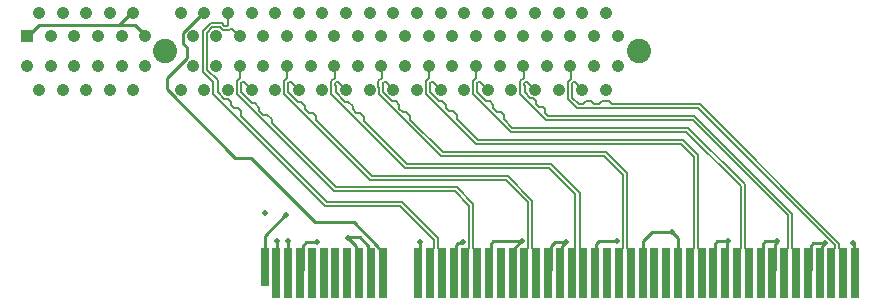
<source format=gbl>
G04*
G04 #@! TF.GenerationSoftware,Altium Limited,Altium Designer,19.0.4 (130)*
G04*
G04 Layer_Physical_Order=4*
G04 Layer_Color=16711680*
%FSLAX25Y25*%
%MOIN*%
G70*
G01*
G75*
%ADD12R,0.02756X0.16535*%
%ADD13R,0.02756X0.12598*%
%ADD14C,0.01000*%
%ADD23C,0.00700*%
%ADD25C,0.04134*%
%ADD26R,0.04134X0.04134*%
%ADD27C,0.08071*%
%ADD28C,0.02000*%
D12*
X278150Y13780D02*
D03*
X270276D02*
D03*
X258465D02*
D03*
X309646D02*
D03*
X297835D02*
D03*
X286023D02*
D03*
X289961D02*
D03*
X305709D02*
D03*
X293898D02*
D03*
X266338D02*
D03*
X274213D02*
D03*
X301772D02*
D03*
X262402D02*
D03*
X282086D02*
D03*
X250590D02*
D03*
X211221D02*
D03*
X246654D02*
D03*
X234842D02*
D03*
X183661D02*
D03*
X191535D02*
D03*
X219094D02*
D03*
X207284D02*
D03*
X230906D02*
D03*
X242717D02*
D03*
X199409D02*
D03*
X203347D02*
D03*
X215158D02*
D03*
X187598D02*
D03*
X195472D02*
D03*
X238780D02*
D03*
X254528D02*
D03*
X321457D02*
D03*
X341142D02*
D03*
X337205D02*
D03*
X372638D02*
D03*
X349016D02*
D03*
X329331D02*
D03*
X352953D02*
D03*
X317520D02*
D03*
X356890D02*
D03*
X313583D02*
D03*
X364764D02*
D03*
X325394D02*
D03*
X345079D02*
D03*
X360827D02*
D03*
X333268D02*
D03*
X368701D02*
D03*
X376575D02*
D03*
D13*
X179724Y15748D02*
D03*
D14*
X139961Y92586D02*
Y93163D01*
X136680Y96443D02*
X139961Y93163D01*
X131143Y96443D02*
X136680D01*
X135159Y100460D02*
X136024D01*
X131143Y96443D02*
X135159Y100460D01*
X104448Y96443D02*
X131143D01*
X102157Y94153D02*
X104448Y96443D01*
X100671Y94153D02*
X102157D01*
X99925Y93407D02*
X100671Y94153D01*
X99769Y93407D02*
X99925D01*
X99769D02*
X100591Y92586D01*
X362656Y23737D02*
X366414D01*
X366208Y23627D02*
X366223Y23613D01*
Y23275D02*
Y23613D01*
X365642Y22693D02*
X366223Y23275D01*
X365642Y14658D02*
Y22693D01*
X364764Y13780D02*
X365642Y14658D01*
X366414Y23737D02*
X366457D01*
X366488Y23767D01*
X361705Y22786D02*
X362656Y23737D01*
X361705Y14658D02*
Y22786D01*
X360827Y13780D02*
X361705Y14658D01*
X333857Y24341D02*
X334015Y24499D01*
X333857Y14368D02*
Y24341D01*
X333268Y13780D02*
X333857Y14368D01*
X333694Y24474D02*
X333772Y24395D01*
X330696Y24474D02*
X333694D01*
X329769Y23547D02*
X330696Y24474D01*
X329769Y14218D02*
Y23547D01*
X329331Y13780D02*
X329769Y14218D01*
X315481Y27483D02*
X315551Y27412D01*
X315836Y27158D02*
Y27376D01*
Y27158D02*
X317520Y25474D01*
Y13780D02*
Y25474D01*
X186680Y33136D02*
Y33139D01*
X179724Y26181D02*
X186680Y33136D01*
X179724Y15748D02*
Y26181D01*
X187554Y24263D02*
X187636Y24182D01*
Y13817D02*
Y24182D01*
X187598Y13780D02*
X187636Y13817D01*
X183763Y23989D02*
X183969Y24194D01*
X183763Y13882D02*
Y23989D01*
X183661Y13780D02*
X183763Y13882D01*
X197276Y23945D02*
X197374Y24042D01*
X207789Y25608D02*
X211581D01*
X214280Y22909D01*
Y14658D02*
Y22909D01*
Y14658D02*
X215158Y13780D01*
X210343Y14658D02*
X211221Y13780D01*
X207737Y25279D02*
X207858Y25401D01*
X207737Y25247D02*
Y25279D01*
Y25247D02*
X210343Y22641D01*
Y14658D02*
Y22641D01*
X193614Y23945D02*
X197276D01*
X192413Y22744D02*
X193614Y23945D01*
X192413Y14658D02*
Y22744D01*
X191535Y13780D02*
X192413Y14658D01*
X231415Y14289D02*
Y24185D01*
X231362Y24238D02*
X231415Y24185D01*
X230906Y13780D02*
X231415Y14289D01*
X245376Y23797D02*
X245573Y23994D01*
X244253Y23797D02*
X245376D01*
X243595Y23138D02*
X244253Y23797D01*
X243595Y14658D02*
Y23138D01*
X242717Y13780D02*
X243595Y14658D01*
X255975Y24336D02*
X265155D01*
X263280Y22460D02*
X264716Y23896D01*
X263280Y14658D02*
Y22460D01*
X262402Y13780D02*
X263280Y14658D01*
X255186Y23547D02*
X255975Y24336D01*
X255186Y14438D02*
Y23547D01*
X254528Y13780D02*
X255186Y14438D01*
X276420Y24173D02*
X280052D01*
X279708Y24140D02*
X279861Y23987D01*
Y23711D02*
Y23987D01*
X279028Y22877D02*
X279861Y23711D01*
X279028Y14658D02*
Y22877D01*
X278150Y13780D02*
X279028Y14658D01*
X280052Y24173D02*
X280163D01*
X280196Y24140D01*
X275091Y22844D02*
X276420Y24173D01*
X275091Y14658D02*
Y22844D01*
X274213Y13780D02*
X275091Y14658D01*
X291281Y24482D02*
X296995D01*
X290346Y23547D02*
X291281Y24482D01*
X290346Y14165D02*
Y23547D01*
X289961Y13780D02*
X290346Y14165D01*
X308932Y27483D02*
X315481D01*
X305709Y24260D02*
X308932Y27483D01*
X305709Y13780D02*
Y24260D01*
X332455Y14592D02*
X333268Y13780D01*
X328453Y14658D02*
X329331Y13780D01*
X346463Y24287D02*
X350517D01*
X350370Y24189D02*
X350374Y24185D01*
Y23825D02*
Y24185D01*
X349894Y23344D02*
X350374Y23825D01*
X349894Y14658D02*
Y23344D01*
X349016Y13780D02*
X349894Y14658D01*
X345724Y23547D02*
X346463Y24287D01*
X345724Y14425D02*
Y23547D01*
X345079Y13780D02*
X345724Y14425D01*
X375972Y23737D02*
X376063Y23645D01*
Y14291D02*
Y23645D01*
Y14291D02*
X376575Y13780D01*
X187071Y14307D02*
X187598Y13780D01*
X183421Y14019D02*
X183661Y13780D01*
X159146Y100502D02*
X159637D01*
X152542Y93898D02*
X159146Y100502D01*
X152542Y90206D02*
Y93898D01*
Y90206D02*
X153746Y89002D01*
Y85311D02*
Y89002D01*
X147107Y78672D02*
X153746Y85311D01*
X147107Y75055D02*
Y78672D01*
Y75055D02*
X170011Y52152D01*
X175047D01*
X196452Y30746D01*
X209393D01*
X217635Y22503D01*
Y22128D02*
Y22503D01*
Y22128D02*
X219094Y20669D01*
Y13780D02*
Y20669D01*
D23*
X171894Y66229D02*
Y67605D01*
X170815Y68684D02*
X171894Y67605D01*
X169439Y68684D02*
X170815D01*
X171894Y66229D02*
X200594Y37529D01*
X168371Y69751D02*
X169439Y68684D01*
X167413Y71770D02*
X168371Y70811D01*
Y69751D02*
Y70811D01*
X166352Y71770D02*
X167413D01*
X200594Y37529D02*
X225415D01*
X164063Y74060D02*
X166352Y71770D01*
X295505Y70086D02*
X324861D01*
X294405Y71186D02*
X295505Y70086D01*
X292261Y71186D02*
X294405D01*
X291161Y70086D02*
X292261Y71186D01*
X289478Y70086D02*
X291161D01*
X288418Y71145D02*
X289478Y70086D01*
X286841Y71145D02*
X288418D01*
X285781Y70086D02*
X286841Y71145D01*
X284379Y70086D02*
X285781D01*
X269216Y72114D02*
X270335Y70995D01*
X268229Y72114D02*
X269216D01*
X266425Y73919D02*
X268229Y72114D01*
X272605Y69219D02*
X273361Y68462D01*
X271125Y69219D02*
X272605D01*
X270335Y70009D02*
X271125Y69219D01*
X270335Y70009D02*
Y70995D01*
X273361Y66982D02*
Y68462D01*
Y66982D02*
X274151Y66193D01*
X322969D01*
X266425Y73919D02*
Y76347D01*
X255919Y68676D02*
Y69881D01*
X254802Y70998D02*
X255919Y69881D01*
X253597Y70998D02*
X254802D01*
X259564Y65031D02*
Y66269D01*
X258448Y67385D02*
X259564Y66269D01*
X257210Y67385D02*
X258448D01*
X259564Y65031D02*
X262358Y62238D01*
X255919Y68676D02*
X257210Y67385D01*
X250677Y73919D02*
X253597Y70998D01*
X242490Y67779D02*
X243771Y66499D01*
X241068Y67779D02*
X242490D01*
X240061Y68787D02*
X241068Y67779D01*
X238846Y71063D02*
X240061Y69848D01*
Y68787D02*
Y69848D01*
X237785Y71063D02*
X238846D01*
X243771Y65077D02*
Y66499D01*
Y65077D02*
X250768Y58080D01*
X234929Y73919D02*
X237785Y71063D01*
X234929Y73919D02*
Y76347D01*
X250768Y58080D02*
X319115D01*
X225747Y67352D02*
X226828D01*
X224563Y68536D02*
X225747Y67352D01*
X224563Y68536D02*
Y69881D01*
X223479Y70964D02*
X224563Y69881D01*
X222135Y70964D02*
X223479D01*
X228207Y64892D02*
Y65973D01*
X226828Y67352D02*
X228207Y65973D01*
Y64892D02*
X239076Y54023D01*
X219181Y73919D02*
X222135Y70964D01*
X239076Y54023D02*
X293458D01*
X219181Y73919D02*
Y76347D01*
X209090Y68261D02*
Y69481D01*
X207658Y70912D02*
X209090Y69481D01*
X206439Y70912D02*
X207658D01*
X212955Y64396D02*
Y65686D01*
X211595Y67047D02*
X212955Y65686D01*
X210305Y67047D02*
X211595D01*
X209090Y68261D02*
X210305Y67047D01*
X212955Y64396D02*
X227182Y50169D01*
X203433Y73918D02*
X206439Y70912D01*
X195775Y67118D02*
X196884Y66009D01*
X194485Y67118D02*
X195775D01*
X193197Y68406D02*
X194485Y67118D01*
X196884Y64719D02*
Y66009D01*
X191909Y70769D02*
X193197Y69481D01*
Y68406D02*
Y69481D01*
X190834Y70769D02*
X191909D01*
X196884Y64719D02*
X215490Y46113D01*
X260804D01*
X187685Y73919D02*
X190834Y70769D01*
X175343Y74920D02*
X175444D01*
X180569Y66508D02*
X182146Y64931D01*
Y63709D02*
Y64931D01*
Y63709D02*
X203494Y42361D01*
X179347Y66508D02*
X180569D01*
X177997Y67858D02*
X179347Y66508D01*
X177997Y67858D02*
Y68914D01*
X176586Y70325D02*
X177997Y68914D01*
X175530Y70325D02*
X176586D01*
X171937Y73919D02*
X175530Y70325D01*
X247922Y21938D02*
Y36225D01*
X243186Y40961D02*
X247922Y36225D01*
X202915Y40961D02*
X243186D01*
X249322Y21938D02*
Y36805D01*
X243766Y42361D02*
X249322Y36805D01*
X203494Y42361D02*
X243766D01*
X170537Y73339D02*
X202915Y40961D01*
X267607Y21938D02*
Y37330D01*
X260224Y44713D02*
X267607Y37330D01*
X214910Y44713D02*
X260224D01*
X269007Y21938D02*
Y37910D01*
X260804Y46113D02*
X269007Y37910D01*
X186285Y73339D02*
X214910Y44713D01*
X283355Y21938D02*
Y39937D01*
X274523Y48770D02*
X283355Y39937D01*
X226602Y48770D02*
X274523D01*
X284755Y21938D02*
Y40517D01*
X275103Y50169D02*
X284755Y40517D01*
X227182Y50169D02*
X275103D01*
X202033Y73339D02*
X226602Y48770D01*
X299103Y21938D02*
Y46398D01*
X292878Y52623D02*
X299103Y46398D01*
X238496Y52623D02*
X292878D01*
X217781Y73339D02*
X238496Y52623D01*
X293458Y54023D02*
X300503Y46978D01*
Y21938D02*
Y46978D01*
X318535Y56680D02*
X322725Y52490D01*
X250188Y56680D02*
X318535D01*
X233529Y73339D02*
X250188Y56680D01*
X319115Y58080D02*
X324125Y53070D01*
X322725Y21938D02*
Y52490D01*
X324125Y21938D02*
Y53070D01*
X320361Y60838D02*
X338473Y42725D01*
X261778Y60838D02*
X320361D01*
X249277Y73339D02*
X261778Y60838D01*
X320941Y62238D02*
X339873Y43305D01*
X262358Y62238D02*
X320941D01*
X338473Y21938D02*
Y42725D01*
X339873Y21938D02*
Y43305D01*
X322389Y64793D02*
X354221Y32960D01*
X273571Y64793D02*
X322389D01*
X265025Y73339D02*
X273571Y64793D01*
X322969Y66193D02*
X355621Y33540D01*
X354221Y21938D02*
Y32960D01*
X355621Y21938D02*
Y33540D01*
X283236Y77263D02*
X285630Y74869D01*
X282657Y77263D02*
X283236D01*
X282246Y76853D02*
X282657Y77263D01*
X282246Y72218D02*
Y76853D01*
X281693Y82744D02*
X281802Y82634D01*
Y78388D02*
Y82634D01*
X280847Y77433D02*
X281802Y78388D01*
X280847Y71638D02*
Y77433D01*
X282246Y72218D02*
X284379Y70086D01*
X280847Y71638D02*
X283799Y68686D01*
X324281D01*
X324861Y70086D02*
X371369Y23577D01*
Y21938D02*
Y23577D01*
Y21938D02*
X372638Y20669D01*
Y13780D02*
Y20669D01*
X324281Y68686D02*
X369969Y22997D01*
Y21938D02*
Y22997D01*
X368701Y20669D02*
X369969Y21938D01*
X368701Y13780D02*
Y20669D01*
X171833Y76450D02*
Y77030D01*
X170433Y75870D02*
Y77610D01*
X160566Y81494D02*
X164063Y77997D01*
X162333Y95603D02*
X164832D01*
X167799Y94649D02*
X168306Y95157D01*
X164063Y74060D02*
Y77997D01*
X165786Y94649D02*
X167799D01*
X168306Y95157D02*
X168886D01*
X171457Y92586D01*
X164832Y95603D02*
X165786Y94649D01*
X167219Y96049D02*
X167629Y96460D01*
Y100351D01*
X159166Y94415D02*
X161753Y97003D01*
X166366Y96049D02*
X167219D01*
X167520Y100460D02*
X167629Y100351D01*
X161753Y97003D02*
X165412D01*
X166366Y96049D01*
X200014Y36129D02*
X224835D01*
X236111Y24852D01*
X225415Y37529D02*
X237511Y25432D01*
X159166Y80914D02*
Y94415D01*
Y80914D02*
X162663Y77417D01*
X236111Y21938D02*
Y24852D01*
X162663Y73480D02*
Y77417D01*
X234842Y20669D02*
X236111Y21938D01*
X234842Y13780D02*
Y20669D01*
X162663Y73480D02*
X200014Y36129D01*
X160566Y81494D02*
Y93836D01*
X237511Y21938D02*
Y25432D01*
X238780Y13780D02*
Y20669D01*
X237511Y21938D02*
X238780Y20669D01*
X160566Y93836D02*
X162333Y95603D01*
X171833Y76450D02*
X171937Y76347D01*
Y73919D02*
Y76347D01*
X170433Y75870D02*
X170537Y75767D01*
Y73339D02*
Y75767D01*
X172823Y77440D02*
X175343Y74920D01*
X172243Y77440D02*
X172823D01*
X171566Y78743D02*
Y82634D01*
X170433Y77610D02*
X171566Y78743D01*
X188571Y77440D02*
X191142Y74869D01*
X187991Y77440D02*
X188571D01*
X187314Y78743D02*
Y82634D01*
X186181Y77610D02*
X187314Y78743D01*
X204319Y77440D02*
X206890Y74869D01*
X203739Y77440D02*
X204319D01*
X203062Y78743D02*
Y82634D01*
X201929Y77610D02*
X203062Y78743D01*
X220067Y77440D02*
X222638Y74869D01*
X219487Y77440D02*
X220067D01*
X218810Y78743D02*
Y82634D01*
X217677Y77610D02*
X218810Y78743D01*
X235815Y77440D02*
X238386Y74869D01*
X235235Y77440D02*
X235815D01*
X234558Y78743D02*
Y82634D01*
X233425Y77610D02*
X234558Y78743D01*
X251563Y77440D02*
X254134Y74869D01*
X250983Y77440D02*
X251563D01*
X250306Y78743D02*
Y82634D01*
X249173Y77610D02*
X250306Y78743D01*
X264921Y75870D02*
Y77610D01*
Y75870D02*
X265025Y75767D01*
X266321Y76450D02*
Y77030D01*
Y76450D02*
X266425Y76347D01*
X265025Y73339D02*
Y75767D01*
X267311Y77440D02*
X269882Y74869D01*
X266731Y77440D02*
X267311D01*
X266321Y77030D02*
X266731Y77440D01*
X265945Y82744D02*
X266054Y82634D01*
Y78743D02*
Y82634D01*
X264921Y77610D02*
X266054Y78743D01*
X355621Y21938D02*
X356890Y20669D01*
Y13780D02*
Y20669D01*
X352953D02*
X354221Y21938D01*
X352953Y13780D02*
Y20669D01*
X250677Y73919D02*
Y76347D01*
X250573Y76450D02*
Y77030D01*
X249277Y73339D02*
Y75767D01*
X337205Y20669D02*
X338473Y21938D01*
X324125D02*
X325394Y20669D01*
X234825Y76450D02*
Y77030D01*
Y76450D02*
X234929Y76347D01*
X321457Y20669D02*
X322725Y21938D01*
X233529Y73339D02*
Y75767D01*
X219077Y76450D02*
X219181Y76347D01*
X217677Y75870D02*
X217781Y75767D01*
X203329Y76450D02*
X203433Y76347D01*
X203329Y76450D02*
Y77030D01*
X284755Y21938D02*
X286023Y20669D01*
X202033Y73339D02*
Y75767D01*
X282086Y20669D02*
X283355Y21938D01*
X187581Y76450D02*
Y77030D01*
X269007Y21938D02*
X270276Y20669D01*
X266338D02*
X267607Y21938D01*
X186181Y75870D02*
Y77610D01*
X249322Y21938D02*
X250590Y20669D01*
X250573Y77030D02*
X250983Y77440D01*
X250573Y76450D02*
X250677Y76347D01*
X339873Y21938D02*
X341142Y20669D01*
X250197Y82744D02*
X250306Y82634D01*
X249173Y75870D02*
X249277Y75767D01*
X249173Y75870D02*
Y77610D01*
X337205Y13780D02*
Y20669D01*
X341142Y13780D02*
Y20669D01*
X234449Y82744D02*
X234558Y82634D01*
X233425Y75870D02*
X233529Y75767D01*
X233425Y75870D02*
Y77610D01*
X234825Y77030D02*
X235235Y77440D01*
X321457Y13780D02*
Y20669D01*
X325394Y13780D02*
Y20669D01*
X297835Y13780D02*
Y20669D01*
X300503Y21938D02*
X301772Y20669D01*
Y13780D02*
Y20669D01*
X219077Y77030D02*
X219487Y77440D01*
X219077Y76450D02*
Y77030D01*
X218701Y82744D02*
X218810Y82634D01*
X217677Y75870D02*
Y77610D01*
X217781Y73339D02*
Y75767D01*
X297835Y20669D02*
X299103Y21938D01*
X202953Y82744D02*
X203062Y82634D01*
X201929Y75870D02*
Y77610D01*
Y75870D02*
X202033Y75767D01*
X203329Y77030D02*
X203739Y77440D01*
X203433Y73918D02*
Y76347D01*
X282086Y13780D02*
Y20669D01*
X286023Y13780D02*
Y20669D01*
X266338Y13780D02*
Y20669D01*
X187685Y73919D02*
Y76347D01*
X270276Y13780D02*
Y20669D01*
X187581Y77030D02*
X187991Y77440D01*
X187581Y76450D02*
X187685Y76347D01*
X187205Y82744D02*
X187314Y82634D01*
X186285Y73339D02*
Y75767D01*
X186181Y75870D02*
X186285Y75767D01*
X246654Y13780D02*
Y20669D01*
X250590Y13780D02*
Y20669D01*
X171833Y77030D02*
X172243Y77440D01*
X171457Y82744D02*
X171566Y82634D01*
X246654Y20669D02*
X247922Y21938D01*
D25*
X297441Y92586D02*
D03*
Y82744D02*
D03*
X293504Y100460D02*
D03*
Y74869D02*
D03*
X285630D02*
D03*
X277756D02*
D03*
X269882D02*
D03*
X262008D02*
D03*
X254134D02*
D03*
X246260D02*
D03*
X238386D02*
D03*
X230512D02*
D03*
X289567Y82744D02*
D03*
X281693D02*
D03*
X273819D02*
D03*
X265945D02*
D03*
X258071D02*
D03*
X250197D02*
D03*
X242323D02*
D03*
X234449D02*
D03*
X289567Y92586D02*
D03*
X281693D02*
D03*
X273819D02*
D03*
X265945D02*
D03*
X258071D02*
D03*
X250197D02*
D03*
X242323D02*
D03*
X234449D02*
D03*
X285630Y100460D02*
D03*
X277756D02*
D03*
X269882D02*
D03*
X262008D02*
D03*
X254134D02*
D03*
X246260D02*
D03*
X238386D02*
D03*
X108465Y92586D02*
D03*
X116339D02*
D03*
X124213D02*
D03*
X132087D02*
D03*
X139961D02*
D03*
X104528Y100460D02*
D03*
X112402D02*
D03*
X120276D02*
D03*
X128150D02*
D03*
X136024D02*
D03*
X100591Y82744D02*
D03*
X108465D02*
D03*
X116339D02*
D03*
X124213D02*
D03*
X132087D02*
D03*
X139961D02*
D03*
X104528Y74869D02*
D03*
X112402D02*
D03*
X120276D02*
D03*
X128150D02*
D03*
X136024D02*
D03*
X151772Y100460D02*
D03*
X159646D02*
D03*
X167520D02*
D03*
X175394D02*
D03*
X183268D02*
D03*
X191142D02*
D03*
X199016D02*
D03*
X206890D02*
D03*
X214764D02*
D03*
X222638D02*
D03*
X155709Y92586D02*
D03*
X163583D02*
D03*
X171457D02*
D03*
X179331D02*
D03*
X187205D02*
D03*
X195079D02*
D03*
X202953D02*
D03*
X210827D02*
D03*
X218701D02*
D03*
X155709Y82744D02*
D03*
X163583D02*
D03*
X171457D02*
D03*
X179331D02*
D03*
X187205D02*
D03*
X195079D02*
D03*
X202953D02*
D03*
X210827D02*
D03*
X218701D02*
D03*
X151772Y74869D02*
D03*
X159646D02*
D03*
X167520D02*
D03*
X175394D02*
D03*
X183268D02*
D03*
X191142D02*
D03*
X199016D02*
D03*
X206890D02*
D03*
X214764D02*
D03*
X222638D02*
D03*
X226575Y82744D02*
D03*
Y92586D02*
D03*
X230512Y100460D02*
D03*
D26*
X100591Y92586D02*
D03*
D27*
X146457Y87665D02*
D03*
X304528D02*
D03*
D28*
X186785Y33242D02*
D03*
X207410Y25573D02*
D03*
X231607Y24043D02*
D03*
X375872Y23637D02*
D03*
X366414Y23737D02*
D03*
X197325Y23945D02*
D03*
X187673Y24354D02*
D03*
X183865Y24401D02*
D03*
X179793Y33634D02*
D03*
X297043Y24482D02*
D03*
X350565Y24287D02*
D03*
X334048Y24474D02*
D03*
X315511Y27483D02*
D03*
X280052Y24173D02*
D03*
X265448Y24336D02*
D03*
X245781Y23988D02*
D03*
M02*

</source>
